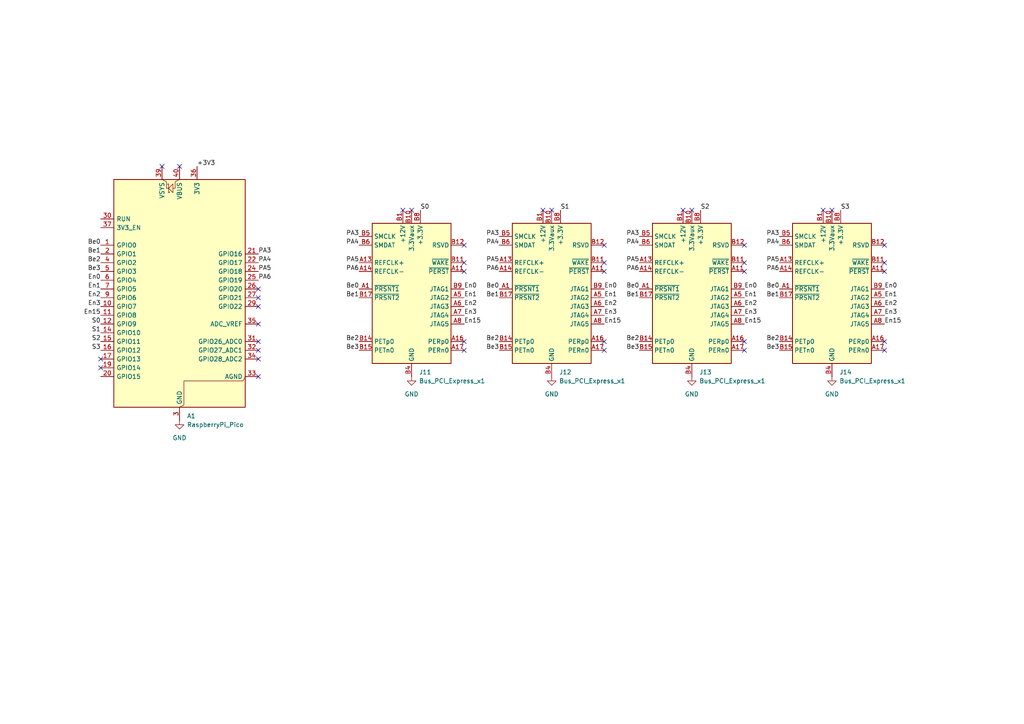
<source format=kicad_sch>
(kicad_sch (version 20250114) (generator "eeschema") (generator_version "9.0")
  (paper "A4")
  (lib_symbols
    (symbol "Connector:Bus_PCI_Express_x1"
      (property "Reference" "J" (at -8.89 22.86 0))
      (property "Value" "Bus_PCI_Express_x1" (at 12.7 22.86 0))
      (symbol "Bus_PCI_Express_x1_0_1"
        (rectangle (start -11.43 21.59) (end 11.43 -19.05) (stroke (width 0.254)) (fill (type background)))
      )
      (symbol "Bus_PCI_Express_x1_1_1"
        (pin input line (at -15.24 17.78 0) (length 3.81) (name "SMCLK") (number "B5"))
        (pin bidirectional line (at -15.24 15.24 0) (length 3.81) (name "SMDAT") (number "B6"))
        (pin input line (at -15.24 10.16 0) (length 3.81) (name "REFCLK+") (number "A13"))
        (pin input line (at -15.24 7.62 0) (length 3.81) (name "REFCLK-") (number "A14"))
        (pin passive line (at -15.24 2.54 0) (length 3.81) (name "~{PRSNT1}") (number "A1"))
        (pin passive line (at -15.24 0 0) (length 3.81) (name "~{PRSNT2}") (number "B17"))
        (pin input line (at -15.24 -12.7 0) (length 3.81) (name "PETp0") (number "B14"))
        (pin input line (at -15.24 -15.24 0) (length 3.81) (name "PETn0") (number "B15"))
        (pin passive line (at -2.54 25.4 270) (length 3.81) (hide yes) (name "+12V") (number "A2"))
        (pin passive line (at -2.54 25.4 270) (length 3.81) (hide yes) (name "+12V") (number "A3"))
        (pin power_in line (at -2.54 25.4 270) (length 3.81) (name "+12V") (number "B1"))
        (pin passive line (at -2.54 25.4 270) (length 3.81) (hide yes) (name "+12V") (number "B2"))
        (pin passive line (at -2.54 25.4 270) (length 3.81) (hide yes) (name "+12V") (number "B3"))
        (pin power_in line (at 0 25.4 270) (length 3.81) (name "3.3Vaux") (number "B10"))
        (pin passive line (at 0 -22.86 90) (length 3.81) (hide yes) (name "GND") (number "A12"))
        (pin passive line (at 0 -22.86 90) (length 3.81) (hide yes) (name "GND") (number "A15"))
        (pin passive line (at 0 -22.86 90) (length 3.81) (hide yes) (name "GND") (number "A18"))
        (pin passive line (at 0 -22.86 90) (length 3.81) (hide yes) (name "GND") (number "A4"))
        (pin passive line (at 0 -22.86 90) (length 3.81) (hide yes) (name "GND") (number "B13"))
        (pin passive line (at 0 -22.86 90) (length 3.81) (hide yes) (name "GND") (number "B16"))
        (pin passive line (at 0 -22.86 90) (length 3.81) (hide yes) (name "GND") (number "B18"))
        (pin power_in line (at 0 -22.86 90) (length 3.81) (name "GND") (number "B4"))
        (pin passive line (at 0 -22.86 90) (length 3.81) (hide yes) (name "GND") (number "B7"))
        (pin passive line (at 2.54 25.4 270) (length 3.81) (hide yes) (name "+3.3V") (number "A10"))
        (pin passive line (at 2.54 25.4 270) (length 3.81) (hide yes) (name "+3.3V") (number "A9"))
        (pin power_in line (at 2.54 25.4 270) (length 3.81) (name "+3.3V") (number "B8"))
        (pin passive line (at 15.24 15.24 180) (length 3.81) (name "RSVD") (number "B12"))
        (pin open_collector line (at 15.24 10.16 180) (length 3.81) (name "~{WAKE}") (number "B11"))
        (pin input line (at 15.24 7.62 180) (length 3.81) (name "~{PERST}") (number "A11"))
        (pin input line (at 15.24 2.54 180) (length 3.81) (name "JTAG1") (number "B9"))
        (pin input line (at 15.24 0 180) (length 3.81) (name "JTAG2") (number "A5"))
        (pin input line (at 15.24 -2.54 180) (length 3.81) (name "JTAG3") (number "A6"))
        (pin output line (at 15.24 -5.08 180) (length 3.81) (name "JTAG4") (number "A7"))
        (pin input line (at 15.24 -7.62 180) (length 3.81) (name "JTAG5") (number "A8"))
        (pin output line (at 15.24 -12.7 180) (length 3.81) (name "PERp0") (number "A16"))
        (pin output line (at 15.24 -15.24 180) (length 3.81) (name "PERn0") (number "A17"))
      )
    )
    (symbol "MCU_Module:RaspberryPi_Pico" (pin_names (offset 0.762))
      (property "Reference" "A" (at -19.05 35.56 0))
      (property "Value" "RaspberryPi_Pico" (at 7.62 35.56 0))
      (symbol "RaspberryPi_Pico_0_1"
        (rectangle (start -19.05 34.29) (end 19.05 -31.75) (stroke (width 0.254)) (fill (type background)))
        (polyline (pts (xy -5.08 34.29) (xy -3.81 33.655) (xy -3.81 31.75) (xy -3.175 31.75)))
        (polyline (pts (xy -3.429 32.766) (xy -3.429 33.02) (xy -3.175 33.02) (xy -3.175 30.48) (xy -2.921 30.48) (xy -2.921 30.734)))
        (polyline (pts (xy -3.175 31.75) (xy -1.905 33.02) (xy -1.905 30.48) (xy -3.175 31.75)))
        (polyline (pts (xy 0 34.29) (xy -1.27 33.655) (xy -1.27 31.75) (xy -1.905 31.75)))
        (polyline (pts (xy 0 -31.75) (xy 1.27 -31.115) (xy 1.27 -24.13) (xy 18.415 -24.13) (xy 19.05 -22.86)))
      )
      (symbol "RaspberryPi_Pico_1_1"
        (pin passive line (at -22.86 22.86 0) (length 3.81) (name "RUN") (number "30"))
        (pin passive line (at -22.86 20.32 0) (length 3.81) (name "3V3_EN") (number "37"))
        (pin bidirectional line (at -22.86 15.24 0) (length 3.81) (name "GPIO0") (number "1"))
        (pin bidirectional line (at -22.86 12.7 0) (length 3.81) (name "GPIO1") (number "2"))
        (pin bidirectional line (at -22.86 10.16 0) (length 3.81) (name "GPIO2") (number "4"))
        (pin bidirectional line (at -22.86 7.62 0) (length 3.81) (name "GPIO3") (number "5"))
        (pin bidirectional line (at -22.86 5.08 0) (length 3.81) (name "GPIO4") (number "6"))
        (pin bidirectional line (at -22.86 2.54 0) (length 3.81) (name "GPIO5") (number "7"))
        (pin bidirectional line (at -22.86 0 0) (length 3.81) (name "GPIO6") (number "9"))
        (pin bidirectional line (at -22.86 -2.54 0) (length 3.81) (name "GPIO7") (number "10"))
        (pin bidirectional line (at -22.86 -5.08 0) (length 3.81) (name "GPIO8") (number "11"))
        (pin bidirectional line (at -22.86 -7.62 0) (length 3.81) (name "GPIO9") (number "12"))
        (pin bidirectional line (at -22.86 -10.16 0) (length 3.81) (name "GPIO10") (number "14"))
        (pin bidirectional line (at -22.86 -12.7 0) (length 3.81) (name "GPIO11") (number "15"))
        (pin bidirectional line (at -22.86 -15.24 0) (length 3.81) (name "GPIO12") (number "16"))
        (pin bidirectional line (at -22.86 -17.78 0) (length 3.81) (name "GPIO13") (number "17"))
        (pin bidirectional line (at -22.86 -20.32 0) (length 3.81) (name "GPIO14") (number "19"))
        (pin bidirectional line (at -22.86 -22.86 0) (length 3.81) (name "GPIO15") (number "20"))
        (pin power_in line (at -5.08 38.1 270) (length 3.81) (name "VSYS") (number "39"))
        (pin power_out line (at 0 38.1 270) (length 3.81) (name "VBUS") (number "40"))
        (pin passive line (at 0 -35.56 90) (length 3.81) (hide yes) (name "GND") (number "13"))
        (pin passive line (at 0 -35.56 90) (length 3.81) (hide yes) (name "GND") (number "18"))
        (pin passive line (at 0 -35.56 90) (length 3.81) (hide yes) (name "GND") (number "23"))
        (pin passive line (at 0 -35.56 90) (length 3.81) (hide yes) (name "GND") (number "28"))
        (pin power_out line (at 0 -35.56 90) (length 3.81) (name "GND") (number "3"))
        (pin passive line (at 0 -35.56 90) (length 3.81) (hide yes) (name "GND") (number "38"))
        (pin passive line (at 0 -35.56 90) (length 3.81) (hide yes) (name "GND") (number "8"))
        (pin power_out line (at 5.08 38.1 270) (length 3.81) (name "3V3") (number "36"))
        (pin bidirectional line (at 22.86 12.7 180) (length 3.81) (name "GPIO16") (number "21"))
        (pin bidirectional line (at 22.86 10.16 180) (length 3.81) (name "GPIO17") (number "22"))
        (pin bidirectional line (at 22.86 7.62 180) (length 3.81) (name "GPIO18") (number "24"))
        (pin bidirectional line (at 22.86 5.08 180) (length 3.81) (name "GPIO19") (number "25"))
        (pin bidirectional line (at 22.86 2.54 180) (length 3.81) (name "GPIO20") (number "26"))
        (pin bidirectional line (at 22.86 0 180) (length 3.81) (name "GPIO21") (number "27"))
        (pin bidirectional line (at 22.86 -2.54 180) (length 3.81) (name "GPIO22") (number "29"))
        (pin power_in line (at 22.86 -7.62 180) (length 3.81) (name "ADC_VREF") (number "35"))
        (pin bidirectional line (at 22.86 -12.7 180) (length 3.81) (name "GPIO26_ADC0") (number "31"))
        (pin bidirectional line (at 22.86 -15.24 180) (length 3.81) (name "GPIO27_ADC1") (number "32"))
        (pin bidirectional line (at 22.86 -17.78 180) (length 3.81) (name "GPIO28_ADC2") (number "34"))
        (pin power_out line (at 22.86 -22.86 180) (length 3.81) (name "AGND") (number "33"))
      )
    )
    (symbol "power:GND1" (power) (pin_numbers (hide yes)) (pin_names (offset 0) (hide yes))
      (property "Value" "GND1" (at 0 -3.81 0))
      (symbol "GND1_0_1"
        (polyline (pts (xy 0 0) (xy 0 -1.27) (xy 1.27 -1.27) (xy 0 -2.54) (xy -1.27 -1.27) (xy 0 -1.27)))
      )
      (symbol "GND1_1_1"
        (pin power_in line (at 0 0 270) (length 0) (name "~") (number "1"))
      )
    )
  )
  (no_connect (at 134.62 71.12))
  (no_connect (at 241.3 60.96))
  (no_connect (at 119.38 60.96))
  (no_connect (at 198.12 60.96))
  (no_connect (at 256.54 99.06))
  (no_connect (at 29.21 104.14))
  (no_connect (at 175.26 71.12))
  (no_connect (at 215.9 101.6))
  (no_connect (at 256.54 101.6))
  (no_connect (at 256.54 71.12))
  (no_connect (at 175.26 99.06))
  (no_connect (at 175.26 101.6))
  (no_connect (at 134.62 101.6))
  (no_connect (at 256.54 76.2))
  (no_connect (at 46.99 48.26))
  (no_connect (at 157.48 60.96))
  (no_connect (at 74.93 101.6))
  (no_connect (at 74.93 109.22))
  (no_connect (at 134.62 78.74))
  (no_connect (at 134.62 99.06))
  (no_connect (at 215.9 99.06))
  (no_connect (at 175.26 78.74))
  (no_connect (at 200.66 60.96))
  (no_connect (at 74.93 83.82))
  (no_connect (at 74.93 93.98))
  (no_connect (at 160.02 60.96))
  (no_connect (at 52.07 48.26))
  (no_connect (at 74.93 99.06))
  (no_connect (at 74.93 104.14))
  (no_connect (at 134.62 76.2))
  (no_connect (at 215.9 71.12))
  (no_connect (at 74.93 86.36))
  (no_connect (at 74.93 88.9))
  (no_connect (at 256.54 78.74))
  (no_connect (at 215.9 78.74))
  (no_connect (at 175.26 76.2))
  (no_connect (at 238.76 60.96))
  (no_connect (at 29.21 106.68))
  (no_connect (at 116.84 60.96))
  (no_connect (at 215.9 76.2))
  (label "Be2" (at 226.06 99.06 180))
  (label "En15" (at 175.26 93.98 0))
  (label "PA4" (at 185.42 71.12 180))
  (label "Be3" (at 185.42 101.6 180))
  (label "PA3" (at 104.14 68.58 180))
  (label "En15" (at 29.21 91.44 180))
  (label "Be1" (at 144.78 86.36 180))
  (label "En1" (at 134.62 86.36 0))
  (label "Be3" (at 226.06 101.6 180))
  (label "Be3" (at 104.14 101.6 180))
  (label "Be3" (at 29.21 78.74 180))
  (label "En1" (at 256.54 86.36 0))
  (label "PA5" (at 144.78 76.2 180))
  (label "Be1" (at 226.06 86.36 180))
  (label "Be2" (at 104.14 99.06 180))
  (label "PA3" (at 144.78 68.58 180))
  (label "PA4" (at 74.93 76.2 0))
  (label "Be0" (at 144.78 83.82 180))
  (label "PA6" (at 185.42 78.74 180))
  (label "En15" (at 256.54 93.98 0))
  (label "PA6" (at 74.93 81.28 0))
  (label "PA5" (at 226.06 76.2 180))
  (label "Be0" (at 185.42 83.82 180))
  (label "En0" (at 215.9 83.82 0))
  (label "En15" (at 134.62 93.98 0))
  (label "En0" (at 256.54 83.82 0))
  (label "Be1" (at 104.14 86.36 180))
  (label "En1" (at 29.21 83.82 180))
  (label "En1" (at 215.9 86.36 0))
  (label "PA4" (at 144.78 71.12 180))
  (label "En0" (at 29.21 81.28 180))
  (label "En0" (at 134.62 83.82 0))
  (label "PA3" (at 74.93 73.66 0))
  (label "S2" (at 203.2 60.96 0))
  (label "Be2" (at 29.21 76.2 180))
  (label "En2" (at 29.21 86.36 180))
  (label "PA3" (at 226.06 68.58 180))
  (label "PA6" (at 104.14 78.74 180))
  (label "S2" (at 29.21 99.06 180))
  (label "S0" (at 121.92 60.96 0))
  (label "En2" (at 256.54 88.9 0))
  (label "PA3" (at 185.42 68.58 180))
  (label "Be0" (at 226.06 83.82 180))
  (label "En15" (at 215.9 93.98 0))
  (label "PA6" (at 226.06 78.74 180))
  (label "+3V3" (at 57.15 48.26 0))
  (label "Be2" (at 185.42 99.06 180))
  (label "En2" (at 134.62 88.9 0))
  (label "PA5" (at 104.14 76.2 180))
  (label "S3" (at 243.84 60.96 0))
  (label "Be0" (at 29.21 71.12 180))
  (label "PA6" (at 144.78 78.74 180))
  (label "En3" (at 134.62 91.44 0))
  (label "En3" (at 29.21 88.9 180))
  (label "S0" (at 29.21 93.98 180))
  (label "PA5" (at 74.93 78.74 0))
  (label "Be1" (at 29.21 73.66 180))
  (label "En3" (at 256.54 91.44 0))
  (label "PA5" (at 185.42 76.2 180))
  (label "En3" (at 175.26 91.44 0))
  (label "S1" (at 29.21 96.52 180))
  (label "S1" (at 162.56 60.96 0))
  (label "En0" (at 175.26 83.82 0))
  (label "En2" (at 215.9 88.9 0))
  (label "En1" (at 175.26 86.36 0))
  (label "Be1" (at 185.42 86.36 180))
  (label "En2" (at 175.26 88.9 0))
  (label "Be2" (at 144.78 99.06 180))
  (label "PA4" (at 104.14 71.12 180))
  (label "S3" (at 29.21 101.6 180))
  (label "Be0" (at 104.14 83.82 180))
  (label "En3" (at 215.9 91.44 0))
  (label "Be3" (at 144.78 101.6 180))
  (label "PA4" (at 226.06 71.12 180))
  (symbol (lib_id "power:GND1") (at 160.02 109.22 0) (unit 1)
    (property "Reference" "#PWR035" (effects (hide yes)))
    (property "Value" "GND" (at 160.02 114.3 0))
    (property "Description" "Power symbol creates a global label with name \"GND1\" , ground" (effects (hide yes)))
  )
  (symbol (lib_id "Connector:Bus_PCI_Express_x1") (at 119.38 86.36 0) (unit 1)
    (property "Reference" "J11" (at 121.5233 107.95 0) (effects (justify left)))
    (property "Value" "Bus_PCI_Express_x1" (at 121.5233 110.49 0) (effects (justify left)))
    (property "Footprint" "Local:PCIexpress_HYCW05-PCI36-155B" (effects (hide yes)))
    (property "Datasheet" "http://www.ritrontek.com/uploadfile/2016/1026/20161026105231124.pdf#page=63" (effects (hide yes)))
    (property "Description" "PCI Express bus connector x1" (effects (hide yes)))
    (property "LCSC Part #" "C42421455" (effects (hide yes)))
  )
  (symbol (lib_id "Connector:Bus_PCI_Express_x1") (at 241.3 86.36 0) (unit 1)
    (property "Reference" "J14" (at 243.4433 107.95 0) (effects (justify left)))
    (property "Value" "Bus_PCI_Express_x1" (at 243.4433 110.49 0) (effects (justify left)))
    (property "Footprint" "Local:PCIexpress_HYCW05-PCI36-155B" (effects (hide yes)))
    (property "Datasheet" "http://www.ritrontek.com/uploadfile/2016/1026/20161026105231124.pdf#page=63" (effects (hide yes)))
    (property "Description" "PCI Express bus connector x1" (effects (hide yes)))
    (property "LCSC Part #" "C42421455" (effects (hide yes)))
  )
  (symbol (lib_id "power:GND1") (at 200.66 109.22 0) (unit 1)
    (property "Reference" "#PWR036" (effects (hide yes)))
    (property "Value" "GND" (at 200.66 114.3 0))
    (property "Description" "Power symbol creates a global label with name \"GND1\" , ground" (effects (hide yes)))
  )
  (symbol (lib_id "Connector:Bus_PCI_Express_x1") (at 200.66 86.36 0) (unit 1)
    (property "Reference" "J13" (at 202.8033 107.95 0) (effects (justify left)))
    (property "Value" "Bus_PCI_Express_x1" (at 202.8033 110.49 0) (effects (justify left)))
    (property "Footprint" "Local:PCIexpress_HYCW05-PCI36-155B" (effects (hide yes)))
    (property "Datasheet" "http://www.ritrontek.com/uploadfile/2016/1026/20161026105231124.pdf#page=63" (effects (hide yes)))
    (property "Description" "PCI Express bus connector x1" (effects (hide yes)))
    (property "LCSC Part #" "C42421455" (effects (hide yes)))
  )
  (symbol (lib_id "power:GND1") (at 52.07 121.92 0) (unit 1)
    (property "Reference" "#PWR038" (effects (hide yes)))
    (property "Value" "GND" (at 52.07 127 0))
    (property "Description" "Power symbol creates a global label with name \"GND1\" , ground" (effects (hide yes)))
  )
  (symbol (lib_id "MCU_Module:RaspberryPi_Pico") (at 52.07 86.36 0) (unit 1)
    (property "Reference" "A1" (at 54.2133 120.65 0) (effects (justify left)))
    (property "Value" "RaspberryPi_Pico" (at 54.2133 123.19 0) (effects (justify left)))
    (property "Footprint" "Module:RaspberryPi_Pico_Common_THT" (effects (hide yes)))
    (property "Datasheet" "https://datasheets.raspberrypi.com/pico/pico-datasheet.pdf" (effects (hide yes)))
    (property "Description" "Versatile and inexpensive microcontroller module powered by RP2040 dual-core Arm Cortex-M0+ processor up to 133 MHz, 264kB SRAM, 2MB QSPI flash; also supports Raspberry Pi Pico 2" (effects (hide yes)))
    (property "LCSC Part #" "C42924268" (effects (hide yes)))
  )
  (symbol (lib_id "Connector:Bus_PCI_Express_x1") (at 160.02 86.36 0) (unit 1)
    (property "Reference" "J12" (at 162.1633 107.95 0) (effects (justify left)))
    (property "Value" "Bus_PCI_Express_x1" (at 162.1633 110.49 0) (effects (justify left)))
    (property "Footprint" "Local:PCIexpress_HYCW05-PCI36-155B" (effects (hide yes)))
    (property "Datasheet" "http://www.ritrontek.com/uploadfile/2016/1026/20161026105231124.pdf#page=63" (effects (hide yes)))
    (property "Description" "PCI Express bus connector x1" (effects (hide yes)))
    (property "LCSC Part #" "C42421455" (effects (hide yes)))
  )
  (symbol (lib_id "power:GND1") (at 119.38 109.22 0) (unit 1)
    (property "Reference" "#PWR034" (effects (hide yes)))
    (property "Value" "GND" (at 119.38 114.3 0))
    (property "Description" "Power symbol creates a global label with name \"GND1\" , ground" (effects (hide yes)))
  )
  (symbol (lib_id "power:GND1") (at 241.3 109.22 0) (unit 1)
    (property "Reference" "#PWR037" (effects (hide yes)))
    (property "Value" "GND" (at 241.3 114.3 0))
    (property "Description" "Power symbol creates a global label with name \"GND1\" , ground" (effects (hide yes)))
  )
)
</source>
